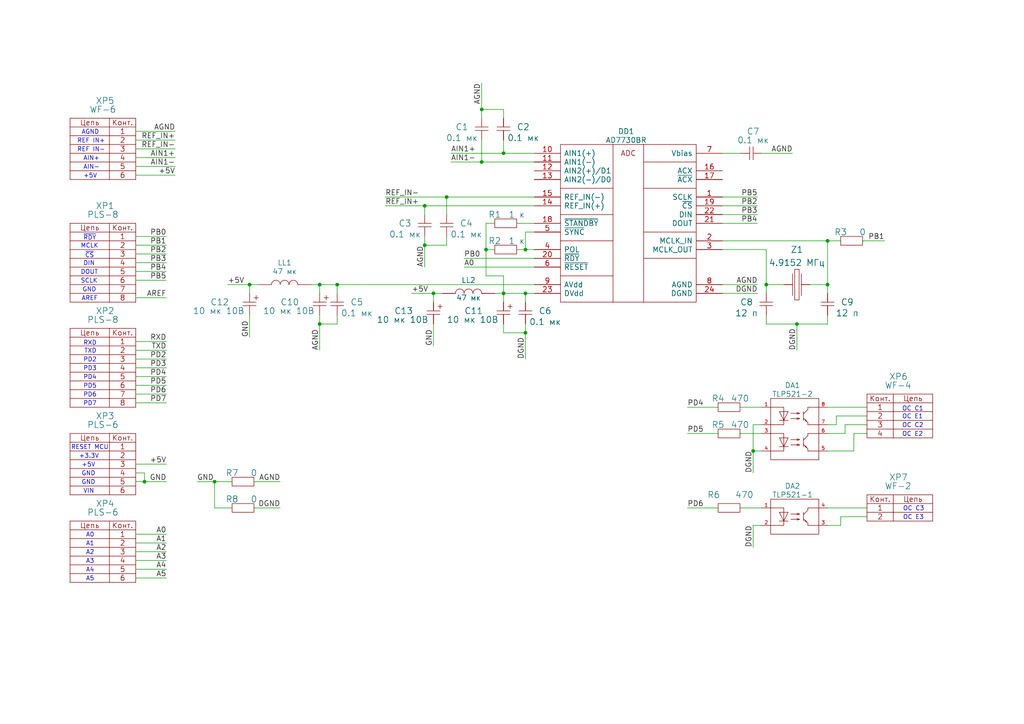
<source format=kicad_sch>
(kicad_sch (version 20230121) (generator eeschema)
  (paper "A4")
  (title_block (date "6 nov 2015"))
  (lib_symbols
    (symbol "LFcapitors:CAPITORS_ELECTROLYTIC" (pin_numbers hide) (pin_names (offset 1.016))
      (property "Reference" "C" (at 3.175 6.985 0))
      (property "Value" "CAPITORS_ELECTROLYTIC" (at 3.175 4.445 0))
      (symbol "CAPITORS_ELECTROLYTIC_0_1"
        (polyline (pts (xy 1.27 2.54) (xy 1.27 1.27)))
        (polyline (pts (xy 2.54 1.905) (xy 2.54 -1.905)))
        (polyline (pts (xy 3.556 1.905) (xy 3.556 -1.905)))
        (polyline (pts (xy 0.635 1.905) (xy 1.905 1.905) (xy 1.905 1.905)))
      )
      (symbol "CAPITORS_ELECTROLYTIC_1_1"
        (pin passive line (at 0 0 0) (length 2.4892) (name "~") (number "1"))
        (pin passive line (at 6.35 0 180) (length 2.794) (name "~") (number "2"))
      )
    )
    (symbol "LFcomponents:TLP521-1" (pin_names (offset 1.016))
      (property "Reference" "DA" (at 8.89 6.35 0))
      (property "Value" "TLP521-1" (at 8.89 3.81 0))
      (symbol "TLP521-1_0_1"
        (polyline (pts (xy 5.08 -3.81) (xy 7.62 -3.81)))
        (polyline (pts (xy 8.382 -3.302) (xy 10.922 -3.302)))
        (polyline (pts (xy 8.382 -1.778) (xy 10.922 -1.778)))
        (polyline (pts (xy 10.16 -3.556) (xy 10.922 -3.302)))
        (polyline (pts (xy 10.16 -3.048) (xy 10.922 -3.302)))
        (polyline (pts (xy 10.16 -2.032) (xy 10.922 -1.778)))
        (polyline (pts (xy 10.16 -1.524) (xy 10.922 -1.778)))
        (polyline (pts (xy 12.065 -3.175) (xy 13.335 -4.445)))
        (polyline (pts (xy 12.065 -1.905) (xy 13.335 -0.635)))
        (polyline (pts (xy 12.065 -1.27) (xy 12.065 -3.81)))
        (polyline (pts (xy 12.954 -4.064) (xy 12.4968 -3.81)))
        (polyline (pts (xy 13.0048 -4.1148) (xy 12.7 -3.6068)))
        (polyline (pts (xy 13.335 -5.08) (xy 16.51 -5.08)))
        (polyline (pts (xy 13.335 -4.445) (xy 13.335 -5.08)))
        (polyline (pts (xy 13.335 -0.635) (xy 13.335 0)))
        (polyline (pts (xy 13.335 0) (xy 16.51 0)))
        (polyline (pts (xy 5.08 -1.27) (xy 6.35 -3.81) (xy 7.62 -1.27) (xy 5.08 -1.27)))
        (polyline (pts (xy 2.54 0) (xy 6.35 0) (xy 6.35 -5.08) (xy 2.54 -5.08) (xy 2.54 -5.08)))
        (rectangle (start 2.54 2.54) (end 16.51 -7.62))
      )
      (symbol "TLP521-1_1_1"
        (pin passive line (at 0 0 0) (length 2.54) (name "~") (number "1"))
        (pin passive line (at 0 -5.08 0) (length 2.54) (name "~") (number "2"))
        (pin passive line (at 19.05 -5.08 180) (length 2.54) (name "~") (number "3"))
        (pin passive line (at 19.05 0 180) (length 2.54) (name "~") (number "4"))
      )
    )
    (symbol "LFconnectors:connector_2pin_gost" (pin_numbers hide) (pin_names (offset 1.016) hide)
      (property "Reference" "X" (at 6.985 7.62 0))
      (property "Value" "connector_2pin_gost" (at -1.27 5.08 0))
      (symbol "connector_2pin_gost_0_0"
        (polyline (pts (xy 0 -1.27) (xy 19.05 -1.27)))
        (polyline (pts (xy 0 1.27) (xy 19.05 1.27)))
        (polyline (pts (xy 0 3.81) (xy 0 -3.81)))
        (polyline (pts (xy 7.62 3.81) (xy 7.62 -3.81)))
        (polyline (pts (xy 19.05 -3.81) (xy 0 -3.81)))
        (polyline (pts (xy 19.05 3.81) (xy 19.05 -3.81)))
        (text "1" (at 3.81 0 0) (effects (font (size 1.524 1.524))))
        (text "2" (at 3.81 -2.54 0) (effects (font (size 1.524 1.524))))
        (text "Конт." (at 3.81 2.54 0) (effects (font (size 1.524 1.524))))
        (text "Цепь" (at 13.335 2.54 0) (effects (font (size 1.524 1.524))))
      )
      (symbol "connector_2pin_gost_0_1"
        (polyline (pts (xy 0 3.81) (xy 19.05 3.81)))
      )
      (symbol "connector_2pin_gost_1_1"
        (pin passive line (at 0 0 0) (length 0) (name "~") (number "1"))
        (pin passive line (at 0 -2.54 0) (length 0) (name "~") (number "2"))
      )
    )
    (symbol "LFconnectors:connector_4pin_gost" (pin_numbers hide) (pin_names (offset 1.016) hide)
      (property "Reference" "X" (at 6.985 7.62 0))
      (property "Value" "connector_4pin_gost" (at -1.27 5.08 0))
      (symbol "connector_4pin_gost_0_0"
        (polyline (pts (xy 0 -8.89) (xy 19.05 -8.89)))
        (polyline (pts (xy 0 -6.35) (xy 19.05 -6.35)))
        (polyline (pts (xy 0 -3.81) (xy 19.05 -3.81)))
        (polyline (pts (xy 0 1.27) (xy 19.05 1.27)))
        (polyline (pts (xy 0 3.81) (xy 0 -8.89)))
        (polyline (pts (xy 7.62 3.81) (xy 7.62 -8.89)))
        (polyline (pts (xy 19.05 -1.27) (xy 0 -1.27)))
        (polyline (pts (xy 19.05 3.81) (xy 19.05 -8.89)))
        (text "1" (at 3.81 0 0) (effects (font (size 1.524 1.524))))
        (text "2" (at 3.81 -2.54 0) (effects (font (size 1.524 1.524))))
        (text "3" (at 3.81 -5.08 0) (effects (font (size 1.524 1.524))))
        (text "4" (at 3.81 -7.62 0) (effects (font (size 1.524 1.524))))
        (text "Конт." (at 3.81 2.54 0) (effects (font (size 1.524 1.524))))
        (text "Цепь" (at 13.335 2.54 0) (effects (font (size 1.524 1.524))))
      )
      (symbol "connector_4pin_gost_0_1"
        (polyline (pts (xy 0 3.81) (xy 19.05 3.81)))
      )
      (symbol "connector_4pin_gost_1_1"
        (pin passive line (at 0 0 0) (length 0) (name "~") (number "1"))
        (pin passive line (at 0 -2.54 0) (length 0) (name "~") (number "2"))
        (pin passive line (at 0 -5.08 0) (length 0) (name "~") (number "3"))
        (pin passive line (at 0 -7.62 0) (length 0) (name "~") (number "4"))
      )
    )
    (symbol "LFconnectors:connector_6pin_gost" (pin_numbers hide) (pin_names (offset 1.016) hide)
      (property "Reference" "X" (at 6.985 7.62 0))
      (property "Value" "connector_6pin_gost" (at -1.27 5.08 0))
      (symbol "connector_6pin_gost_0_0"
        (polyline (pts (xy 0 -13.97) (xy 19.05 -13.97)))
        (polyline (pts (xy 0 -11.43) (xy 19.05 -11.43)))
        (polyline (pts (xy 0 -8.89) (xy 19.05 -8.89)))
        (polyline (pts (xy 0 -6.35) (xy 19.05 -6.35)))
        (polyline (pts (xy 0 -3.81) (xy 19.05 -3.81)))
        (polyline (pts (xy 0 1.27) (xy 19.05 1.27)))
        (polyline (pts (xy 0 3.81) (xy 0 -13.97)))
        (polyline (pts (xy 7.62 3.81) (xy 7.62 -13.97)))
        (polyline (pts (xy 19.05 -1.27) (xy 0 -1.27)))
        (polyline (pts (xy 19.05 3.81) (xy 19.05 -13.97)))
        (text "1" (at 3.81 0 0) (effects (font (size 1.524 1.524))))
        (text "2" (at 3.81 -2.54 0) (effects (font (size 1.524 1.524))))
        (text "3" (at 3.81 -5.08 0) (effects (font (size 1.524 1.524))))
        (text "4" (at 3.81 -7.62 0) (effects (font (size 1.524 1.524))))
        (text "5" (at 3.81 -10.16 0) (effects (font (size 1.524 1.524))))
        (text "6" (at 3.81 -12.7 0) (effects (font (size 1.524 1.524))))
        (text "Конт." (at 3.81 2.54 0) (effects (font (size 1.524 1.524))))
        (text "Цепь" (at 13.335 2.54 0) (effects (font (size 1.524 1.524))))
      )
      (symbol "connector_6pin_gost_0_1"
        (polyline (pts (xy 0 3.81) (xy 19.05 3.81)))
      )
      (symbol "connector_6pin_gost_1_1"
        (pin passive line (at 0 0 0) (length 0) (name "~") (number "1"))
        (pin passive line (at 0 -2.54 0) (length 0) (name "~") (number "2"))
        (pin passive line (at 0 -5.08 0) (length 0) (name "~") (number "3"))
        (pin passive line (at 0 -7.62 0) (length 0) (name "~") (number "4"))
        (pin passive line (at 0 -10.16 0) (length 0) (name "~") (number "5"))
        (pin passive line (at 0 -12.7 0) (length 0) (name "~") (number "6"))
      )
    )
    (symbol "LFconnectors:connector_8pin_gost" (pin_numbers hide) (pin_names (offset 1.016) hide)
      (property "Reference" "X" (at 6.985 7.62 0))
      (property "Value" "connector_8pin_gost" (at -1.27 5.08 0))
      (symbol "connector_8pin_gost_0_0"
        (polyline (pts (xy 0 -19.05) (xy 0 3.81)))
        (polyline (pts (xy 0 -19.05) (xy 19.05 -19.05)))
        (polyline (pts (xy 0 -16.51) (xy 19.05 -16.51)))
        (polyline (pts (xy 0 -13.97) (xy 19.05 -13.97)))
        (polyline (pts (xy 0 -11.43) (xy 19.05 -11.43)))
        (polyline (pts (xy 0 -8.89) (xy 19.05 -8.89)))
        (polyline (pts (xy 0 -6.35) (xy 19.05 -6.35)))
        (polyline (pts (xy 0 -3.81) (xy 19.05 -3.81)))
        (polyline (pts (xy 0 1.27) (xy 19.05 1.27)))
        (polyline (pts (xy 7.62 3.81) (xy 7.62 -19.05)))
        (polyline (pts (xy 19.05 -1.27) (xy 0 -1.27)))
        (polyline (pts (xy 19.05 3.81) (xy 19.05 -19.05)))
        (text "1" (at 3.81 0 0) (effects (font (size 1.524 1.524))))
        (text "2" (at 3.81 -2.54 0) (effects (font (size 1.524 1.524))))
        (text "3" (at 3.81 -5.08 0) (effects (font (size 1.524 1.524))))
        (text "4" (at 3.81 -7.62 0) (effects (font (size 1.524 1.524))))
        (text "5" (at 3.81 -10.16 0) (effects (font (size 1.524 1.524))))
        (text "6" (at 3.81 -12.7 0) (effects (font (size 1.524 1.524))))
        (text "7" (at 3.81 -15.24 0) (effects (font (size 1.524 1.524))))
        (text "8" (at 3.81 -17.78 0) (effects (font (size 1.524 1.524))))
        (text "Конт." (at 3.81 2.54 0) (effects (font (size 1.524 1.524))))
        (text "Цепь" (at 13.335 2.54 0) (effects (font (size 1.524 1.524))))
      )
      (symbol "connector_8pin_gost_0_1"
        (polyline (pts (xy 0 3.81) (xy 19.05 3.81)))
      )
      (symbol "connector_8pin_gost_1_1"
        (pin passive line (at 0 0 0) (length 0) (name "~") (number "1"))
        (pin passive line (at 0 -2.54 0) (length 0) (name "~") (number "2"))
        (pin passive line (at 0 -5.08 0) (length 0) (name "~") (number "3"))
        (pin passive line (at 0 -7.62 0) (length 0) (name "~") (number "4"))
        (pin passive line (at 0 -10.16 0) (length 0) (name "~") (number "5"))
        (pin passive line (at 0 -12.7 0) (length 0) (name "~") (number "6"))
        (pin passive line (at 0 -15.24 0) (length 0) (name "~") (number "7"))
        (pin passive line (at 0 -17.78 0) (length 0) (name "~") (number "8"))
      )
    )
    (symbol "LFtransformator:INDUCTOR_3" (pin_numbers hide) (pin_names (offset 0))
      (property "Reference" "LL" (at 7.62 -7.62 90))
      (property "Value" "INDUCTOR_3" (at 5.08 -7.62 90))
      (symbol "INDUCTOR_3_0_0"
        (arc (start 0 -11.43) (mid 1.2645 -10.16) (end 0 -8.89))
        (arc (start 0 -8.89) (mid 1.2645 -7.62) (end 0 -6.35))
        (arc (start 0 -6.35) (mid 1.2645 -5.08) (end 0 -3.81))
      )
      (symbol "INDUCTOR_3_1_1"
        (pin input line (at 0 -15.24 90) (length 3.81) (name "~") (number "1"))
        (pin input line (at 0 0 270) (length 3.81) (name "~") (number "2"))
      )
    )
    (symbol "module_adc-rescue:AD7730" (pin_names (offset 1.016))
      (property "Reference" "DD" (at 12.7 3.81 0))
      (property "Value" "AD7730" (at 12.7 1.27 0))
      (symbol "AD7730_0_0"
        (rectangle (start -6.35 0) (end 33.02 -45.72))
        (polyline (pts (xy -6.35 -38.1) (xy 8.89 -38.1)))
        (polyline (pts (xy -6.35 -27.94) (xy 8.89 -27.94)))
        (polyline (pts (xy -6.35 -20.32) (xy 8.89 -20.32)))
        (polyline (pts (xy -6.35 -12.7) (xy 8.89 -12.7)))
        (polyline (pts (xy 8.89 0) (xy 8.89 -45.72)))
        (polyline (pts (xy 17.78 -12.7) (xy 33.02 -12.7)))
        (polyline (pts (xy 17.78 0) (xy 17.78 -45.72)))
        (polyline (pts (xy 33.02 -33.02) (xy 17.78 -33.02)))
        (polyline (pts (xy 33.02 -25.4) (xy 17.78 -25.4)))
        (polyline (pts (xy 33.02 -5.08) (xy 17.78 -5.08)))
        (text "ADC" (at 13.335 -2.54 0) (effects (font (size 1.524 1.524))))
        (pin input line (at 40.64 -15.24 180) (length 7.62) (name "SCLK") (number "1"))
        (pin input line (at -13.97 -2.54 0) (length 7.62) (name "AIN1(+)") (number "10"))
        (pin input line (at -13.97 -5.08 0) (length 7.62) (name "AIN1(-)") (number "11"))
        (pin input line (at -13.97 -7.62 0) (length 7.62) (name "AIN2(+)/D1") (number "12"))
        (pin input line (at -13.97 -10.16 0) (length 7.62) (name "AIN2(-)/D0") (number "13"))
        (pin power_out line (at -13.97 -17.78 0) (length 7.62) (name "REF_IN(+)") (number "14"))
        (pin input line (at -13.97 -15.24 0) (length 7.62) (name "REF_IN(-)") (number "15"))
        (pin input line (at 40.64 -7.62 180) (length 7.62) (name "ACX") (number "16"))
        (pin input line (at 40.64 -10.16 180) (length 7.62) (name "~{ACX}") (number "17"))
        (pin power_out line (at -13.97 -22.86 0) (length 7.62) (name "~{STANDBY}") (number "18"))
        (pin input line (at 40.64 -17.78 180) (length 7.62) (name "~{CS}") (number "19"))
        (pin input line (at 40.64 -27.94 180) (length 7.62) (name "MCLK_IN") (number "2"))
        (pin input line (at -13.97 -33.02 0) (length 7.62) (name "~{RDY}") (number "20"))
        (pin input line (at 40.64 -22.86 180) (length 7.62) (name "DOUT") (number "21"))
        (pin power_out line (at 40.64 -20.32 180) (length 7.62) (name "DIN") (number "22"))
        (pin input line (at -13.97 -43.18 0) (length 7.62) (name "DVdd") (number "23"))
        (pin input line (at 40.64 -43.18 180) (length 7.62) (name "DGND") (number "24"))
        (pin input line (at 40.64 -30.48 180) (length 7.62) (name "MCLK_OUT") (number "3"))
        (pin input line (at -13.97 -30.48 0) (length 7.62) (name "POL") (number "4"))
        (pin input line (at -13.97 -25.4 0) (length 7.62) (name "~{SYNC}") (number "5"))
        (pin input line (at -13.97 -35.56 0) (length 7.62) (name "~{RESET}") (number "6"))
        (pin input line (at 40.64 -2.54 180) (length 7.62) (name "Vbias") (number "7"))
        (pin input line (at 40.64 -40.64 180) (length 7.62) (name "AGND") (number "8"))
        (pin input line (at -13.97 -40.64 0) (length 7.62) (name "AVdd") (number "9"))
      )
    )
    (symbol "module_adc-rescue:CAPITORS" (pin_numbers hide) (pin_names (offset 1.016))
      (property "Reference" "C" (at 3.175 6.985 0))
      (property "Value" "CAPITORS" (at 3.175 4.445 0))
      (symbol "CAPITORS_0_1"
        (polyline (pts (xy 2.54 1.905) (xy 2.54 -1.905)))
        (polyline (pts (xy 3.556 1.905) (xy 3.556 -1.905)))
      )
      (symbol "CAPITORS_1_1"
        (pin passive line (at 0 0 0) (length 2.4892) (name "~") (number "1"))
        (pin passive line (at 6.35 0 180) (length 2.794) (name "~") (number "2"))
      )
    )
    (symbol "module_adc-rescue:QUARTZ_RESONATOR" (pin_numbers hide) (pin_names (offset 1.016))
      (property "Reference" "Z" (at 3.81 8.89 0))
      (property "Value" "QUARTZ_RESONATOR" (at 3.81 6.35 0))
      (symbol "QUARTZ_RESONATOR_0_1"
        (polyline (pts (xy 2.54 3.175) (xy 2.54 -3.175)))
        (polyline (pts (xy 5.08 3.175) (xy 5.08 -3.175)))
        (rectangle (start 3.175 4.445) (end 4.445 -4.445))
      )
      (symbol "QUARTZ_RESONATOR_1_1"
        (pin passive line (at 0 0 0) (length 2.54) (name "~") (number "1"))
        (pin passive line (at 7.62 0 180) (length 2.54) (name "~") (number "2"))
      )
    )
    (symbol "module_adc-rescue:RESISTOR" (pin_numbers hide)
      (property "Reference" "R" (at 3.81 5.08 0))
      (property "Value" "RESISTOR" (at 3.81 2.54 0))
      (symbol "RESISTOR_0_1"
        (rectangle (start 0 1.27) (end 6.35 -1.27))
      )
      (symbol "RESISTOR_1_1"
        (pin passive line (at 0 0 0) (length 0) (name "~") (number "1"))
        (pin passive line (at 6.35 0 180) (length 0) (name "~") (number "2"))
      )
    )
    (symbol "module_adc-rescue:TLP521-2" (pin_names (offset 1.016))
      (property "Reference" "DA" (at 8.89 6.35 0))
      (property "Value" "TLP521-2" (at 8.89 3.81 0))
      (symbol "TLP521-2_0_1"
        (polyline (pts (xy 5.08 -11.43) (xy 7.62 -11.43)))
        (polyline (pts (xy 5.08 -3.81) (xy 7.62 -3.81)))
        (polyline (pts (xy 8.382 -10.922) (xy 10.922 -10.922)))
        (polyline (pts (xy 8.382 -9.398) (xy 10.922 -9.398)))
        (polyline (pts (xy 8.382 -3.302) (xy 10.922 -3.302)))
        (polyline (pts (xy 8.382 -1.778) (xy 10.922 -1.778)))
        (polyline (pts (xy 10.16 -11.176) (xy 10.922 -10.922)))
        (polyline (pts (xy 10.16 -10.668) (xy 10.922 -10.922)))
        (polyline (pts (xy 10.16 -9.652) (xy 10.922 -9.398)))
        (polyline (pts (xy 10.16 -9.144) (xy 10.922 -9.398)))
        (polyline (pts (xy 10.16 -3.556) (xy 10.922 -3.302)))
        (polyline (pts (xy 10.16 -3.048) (xy 10.922 -3.302)))
        (polyline (pts (xy 10.16 -2.032) (xy 10.922 -1.778)))
        (polyline (pts (xy 10.16 -1.524) (xy 10.922 -1.778)))
        (polyline (pts (xy 12.065 -10.795) (xy 13.335 -12.065)))
        (polyline (pts (xy 12.065 -9.525) (xy 13.335 -8.255)))
        (polyline (pts (xy 12.065 -8.89) (xy 12.065 -11.43)))
        (polyline (pts (xy 12.065 -3.175) (xy 13.335 -4.445)))
        (polyline (pts (xy 12.065 -1.905) (xy 13.335 -0.635)))
        (polyline (pts (xy 12.065 -1.27) (xy 12.065 -3.81)))
        (polyline (pts (xy 12.954 -11.684) (xy 12.4968 -11.43)))
        (polyline (pts (xy 12.954 -4.064) (xy 12.4968 -3.81)))
        (polyline (pts (xy 13.0048 -11.7348) (xy 12.7 -11.2268)))
        (polyline (pts (xy 13.0048 -4.1148) (xy 12.7 -3.6068)))
        (polyline (pts (xy 13.335 -12.7) (xy 16.51 -12.7)))
        (polyline (pts (xy 13.335 -12.065) (xy 13.335 -12.7)))
        (polyline (pts (xy 13.335 -8.255) (xy 13.335 -7.62)))
        (polyline (pts (xy 13.335 -7.62) (xy 16.51 -7.62)))
        (polyline (pts (xy 13.335 -5.08) (xy 16.51 -5.08)))
        (polyline (pts (xy 13.335 -4.445) (xy 13.335 -5.08)))
        (polyline (pts (xy 13.335 -0.635) (xy 13.335 0)))
        (polyline (pts (xy 13.335 0) (xy 16.51 0)))
        (polyline (pts (xy 5.08 -8.89) (xy 6.35 -11.43) (xy 7.62 -8.89) (xy 5.08 -8.89)))
        (polyline (pts (xy 5.08 -1.27) (xy 6.35 -3.81) (xy 7.62 -1.27) (xy 5.08 -1.27)))
        (polyline (pts (xy 2.54 -7.62) (xy 6.35 -7.62) (xy 6.35 -12.7) (xy 2.54 -12.7) (xy 2.54 -12.7)))
        (polyline (pts (xy 2.54 0) (xy 6.35 0) (xy 6.35 -5.08) (xy 2.54 -5.08) (xy 2.54 -5.08)))
        (rectangle (start 2.54 2.54) (end 16.51 -15.24))
      )
      (symbol "TLP521-2_1_1"
        (pin passive line (at 0 0 0) (length 2.54) (name "~") (number "1"))
        (pin passive line (at 0 -5.08 0) (length 2.54) (name "~") (number "2"))
        (pin passive line (at 0 -7.62 0) (length 2.54) (name "~") (number "3"))
        (pin passive line (at 0 -12.7 0) (length 2.54) (name "~") (number "4"))
        (pin passive line (at 19.05 -12.7 180) (length 2.54) (name "~") (number "5"))
        (pin passive line (at 19.05 -7.62 180) (length 2.54) (name "~") (number "6"))
        (pin passive line (at 19.05 -5.08 180) (length 2.54) (name "~") (number "7"))
        (pin passive line (at 19.05 0 180) (length 2.54) (name "~") (number "8"))
      )
    )
  )
  (junction (at 152.4 72.39))
  (junction (at 222.25 82.55))
  (junction (at 92.71 93.98))
  (junction (at 139.7 31.75))
  (junction (at 97.79 82.55))
  (junction (at 146.05 85.09))
  (junction (at 152.4 96.52))
  (junction (at 123.19 71.12))
  (junction (at 240.03 69.85))
  (junction (at 72.39 82.55))
  (junction (at 62.23 139.7))
  (junction (at 139.7 46.99))
  (junction (at 218.44 130.81))
  (junction (at 41.91 139.7))
  (junction (at 240.03 82.55))
  (junction (at 140.97 72.39))
  (junction (at 129.54 57.15))
  (junction (at 231.14 93.98))
  (junction (at 146.05 44.45))
  (junction (at 92.71 82.55))
  (junction (at 123.19 59.69))
  (junction (at 152.4 85.09))
  (junction (at 125.73 85.09))
  (wire (pts (xy 154.94 85.09) (xy 152.4 85.09)))
  (wire (pts (xy 119.38 85.09) (xy 125.73 85.09)))
  (wire (pts (xy 140.97 80.01) (xy 146.05 80.01)))
  (wire (pts (xy 240.03 82.55) (xy 240.03 85.09)))
  (wire (pts (xy 152.4 85.09) (xy 152.4 87.63)))
  (wire (pts (xy 242.57 123.19) (xy 242.57 120.65)))
  (wire (pts (xy 208.28 118.11) (xy 199.39 118.11)))
  (wire (pts (xy 72.39 85.09) (xy 72.39 82.55)))
  (wire (pts (xy 240.03 69.85) (xy 240.03 82.55)))
  (wire (pts (xy 251.46 123.19) (xy 245.11 123.19)))
  (wire (pts (xy 123.19 68.58) (xy 123.19 71.12)))
  (wire (pts (xy 62.23 139.7) (xy 67.31 139.7)))
  (wire (pts (xy 152.4 72.39) (xy 152.4 67.31)))
  (wire (pts (xy 218.44 130.81) (xy 218.44 137.16)))
  (wire (pts (xy 48.26 109.22) (xy 39.37 109.22)))
  (wire (pts (xy 130.81 44.45) (xy 146.05 44.45)))
  (wire (pts (xy 48.26 167.64) (xy 39.37 167.64)))
  (wire (pts (xy 129.54 57.15) (xy 154.94 57.15)))
  (wire (pts (xy 240.03 93.98) (xy 240.03 91.44)))
  (wire (pts (xy 139.7 40.64) (xy 139.7 46.99)))
  (wire (pts (xy 41.91 139.7) (xy 48.26 139.7)))
  (wire (pts (xy 214.63 147.32) (xy 220.98 147.32)))
  (wire (pts (xy 143.51 64.77) (xy 140.97 64.77)))
  (wire (pts (xy 48.26 157.48) (xy 39.37 157.48)))
  (wire (pts (xy 48.26 73.66) (xy 39.37 73.66)))
  (wire (pts (xy 48.26 162.56) (xy 39.37 162.56)))
  (wire (pts (xy 209.55 82.55) (xy 219.71 82.55)))
  (wire (pts (xy 152.4 96.52) (xy 152.4 104.14)))
  (wire (pts (xy 208.28 125.73) (xy 199.39 125.73)))
  (wire (pts (xy 39.37 99.06) (xy 48.26 99.06)))
  (wire (pts (xy 240.03 147.32) (xy 251.46 147.32)))
  (wire (pts (xy 130.81 46.99) (xy 139.7 46.99)))
  (wire (pts (xy 123.19 71.12) (xy 123.19 77.47)))
  (wire (pts (xy 222.25 72.39) (xy 222.25 82.55)))
  (wire (pts (xy 48.26 78.74) (xy 39.37 78.74)))
  (wire (pts (xy 48.26 86.36) (xy 39.37 86.36)))
  (wire (pts (xy 209.55 85.09) (xy 219.71 85.09)))
  (wire (pts (xy 92.71 93.98) (xy 92.71 101.6)))
  (wire (pts (xy 48.26 111.76) (xy 39.37 111.76)))
  (wire (pts (xy 231.14 93.98) (xy 222.25 93.98)))
  (wire (pts (xy 92.71 91.44) (xy 92.71 93.98)))
  (wire (pts (xy 242.57 120.65) (xy 251.46 120.65)))
  (wire (pts (xy 227.33 82.55) (xy 222.25 82.55)))
  (wire (pts (xy 222.25 82.55) (xy 222.25 85.09)))
  (wire (pts (xy 214.63 44.45) (xy 209.55 44.45)))
  (wire (pts (xy 39.37 45.72) (xy 50.8 45.72)))
  (wire (pts (xy 250.19 69.85) (xy 256.54 69.85)))
  (wire (pts (xy 140.97 64.77) (xy 140.97 72.39)))
  (wire (pts (xy 72.39 82.55) (xy 74.93 82.55)))
  (wire (pts (xy 39.37 40.64) (xy 50.8 40.64)))
  (wire (pts (xy 146.05 40.64) (xy 146.05 44.45)))
  (wire (pts (xy 39.37 139.7) (xy 41.91 139.7)))
  (wire (pts (xy 73.66 147.32) (xy 81.28 147.32)))
  (wire (pts (xy 240.03 123.19) (xy 242.57 123.19)))
  (wire (pts (xy 129.54 68.58) (xy 129.54 71.12)))
  (wire (pts (xy 123.19 59.69) (xy 154.94 59.69)))
  (wire (pts (xy 240.03 69.85) (xy 243.84 69.85)))
  (wire (pts (xy 129.54 71.12) (xy 123.19 71.12)))
  (wire (pts (xy 146.05 85.09) (xy 152.4 85.09)))
  (wire (pts (xy 48.26 116.84) (xy 39.37 116.84)))
  (wire (pts (xy 247.65 125.73) (xy 251.46 125.73)))
  (wire (pts (xy 39.37 38.1) (xy 50.8 38.1)))
  (wire (pts (xy 48.26 76.2) (xy 39.37 76.2)))
  (wire (pts (xy 140.97 72.39) (xy 140.97 80.01)))
  (wire (pts (xy 243.84 152.4) (xy 243.84 149.86)))
  (wire (pts (xy 125.73 85.09) (xy 128.27 85.09)))
  (wire (pts (xy 41.91 139.7) (xy 41.91 137.16)))
  (wire (pts (xy 146.05 96.52) (xy 152.4 96.52)))
  (wire (pts (xy 220.98 130.81) (xy 218.44 130.81)))
  (wire (pts (xy 134.62 74.93) (xy 154.94 74.93)))
  (wire (pts (xy 123.19 62.23) (xy 123.19 59.69)))
  (wire (pts (xy 125.73 87.63) (xy 125.73 85.09)))
  (wire (pts (xy 39.37 160.02) (xy 48.26 160.02)))
  (wire (pts (xy 92.71 82.55) (xy 97.79 82.55)))
  (wire (pts (xy 231.14 93.98) (xy 240.03 93.98)))
  (wire (pts (xy 209.55 59.69) (xy 219.71 59.69)))
  (wire (pts (xy 146.05 80.01) (xy 146.05 85.09)))
  (wire (pts (xy 125.73 93.98) (xy 125.73 100.33)))
  (wire (pts (xy 240.03 152.4) (xy 243.84 152.4)))
  (wire (pts (xy 111.76 57.15) (xy 129.54 57.15)))
  (wire (pts (xy 146.05 87.63) (xy 146.05 85.09)))
  (wire (pts (xy 152.4 67.31) (xy 154.94 67.31)))
  (wire (pts (xy 152.4 72.39) (xy 154.94 72.39)))
  (wire (pts (xy 129.54 62.23) (xy 129.54 57.15)))
  (wire (pts (xy 39.37 114.3) (xy 48.26 114.3)))
  (wire (pts (xy 234.95 82.55) (xy 240.03 82.55)))
  (wire (pts (xy 139.7 31.75) (xy 146.05 31.75)))
  (wire (pts (xy 149.86 72.39) (xy 152.4 72.39)))
  (wire (pts (xy 92.71 93.98) (xy 97.79 93.98)))
  (wire (pts (xy 57.15 139.7) (xy 62.23 139.7)))
  (wire (pts (xy 243.84 149.86) (xy 251.46 149.86)))
  (wire (pts (xy 240.03 118.11) (xy 251.46 118.11)))
  (wire (pts (xy 39.37 154.94) (xy 48.26 154.94)))
  (wire (pts (xy 134.62 77.47) (xy 154.94 77.47)))
  (wire (pts (xy 146.05 93.98) (xy 146.05 96.52)))
  (wire (pts (xy 48.26 81.28) (xy 39.37 81.28)))
  (wire (pts (xy 66.04 82.55) (xy 72.39 82.55)))
  (wire (pts (xy 220.98 125.73) (xy 214.63 125.73)))
  (wire (pts (xy 139.7 31.75) (xy 139.7 34.29)))
  (wire (pts (xy 218.44 152.4) (xy 218.44 158.75)))
  (wire (pts (xy 152.4 93.98) (xy 152.4 96.52)))
  (wire (pts (xy 39.37 68.58) (xy 48.26 68.58)))
  (wire (pts (xy 48.26 71.12) (xy 39.37 71.12)))
  (wire (pts (xy 139.7 46.99) (xy 154.94 46.99)))
  (wire (pts (xy 214.63 118.11) (xy 220.98 118.11)))
  (wire (pts (xy 48.26 134.62) (xy 39.37 134.62)))
  (wire (pts (xy 146.05 31.75) (xy 146.05 34.29)))
  (wire (pts (xy 199.39 147.32) (xy 208.28 147.32)))
  (wire (pts (xy 97.79 93.98) (xy 97.79 91.44)))
  (wire (pts (xy 139.7 24.13) (xy 139.7 31.75)))
  (wire (pts (xy 111.76 59.69) (xy 123.19 59.69)))
  (wire (pts (xy 92.71 82.55) (xy 92.71 85.09)))
  (wire (pts (xy 209.55 72.39) (xy 222.25 72.39)))
  (wire (pts (xy 231.14 101.6) (xy 231.14 93.98)))
  (wire (pts (xy 39.37 43.18) (xy 50.8 43.18)))
  (wire (pts (xy 229.87 44.45) (xy 220.98 44.45)))
  (wire (pts (xy 39.37 48.26) (xy 50.8 48.26)))
  (wire (pts (xy 62.23 139.7) (xy 62.23 147.32)))
  (wire (pts (xy 39.37 165.1) (xy 48.26 165.1)))
  (wire (pts (xy 220.98 123.19) (xy 218.44 123.19)))
  (wire (pts (xy 209.55 57.15) (xy 219.71 57.15)))
  (wire (pts (xy 62.23 147.32) (xy 67.31 147.32)))
  (wire (pts (xy 247.65 130.81) (xy 247.65 125.73)))
  (wire (pts (xy 209.55 62.23) (xy 219.71 62.23)))
  (wire (pts (xy 146.05 44.45) (xy 154.94 44.45)))
  (wire (pts (xy 222.25 93.98) (xy 222.25 91.44)))
  (wire (pts (xy 245.11 125.73) (xy 240.03 125.73)))
  (wire (pts (xy 73.66 139.7) (xy 81.28 139.7)))
  (wire (pts (xy 143.51 85.09) (xy 146.05 85.09)))
  (wire (pts (xy 48.26 101.6) (xy 39.37 101.6)))
  (wire (pts (xy 209.55 69.85) (xy 240.03 69.85)))
  (wire (pts (xy 97.79 82.55) (xy 154.94 82.55)))
  (wire (pts (xy 245.11 123.19) (xy 245.11 125.73)))
  (wire (pts (xy 39.37 104.14) (xy 48.26 104.14)))
  (wire (pts (xy 48.26 106.68) (xy 39.37 106.68)))
  (wire (pts (xy 149.86 64.77) (xy 154.94 64.77)))
  (wire (pts (xy 97.79 82.55) (xy 97.79 85.09)))
  (wire (pts (xy 72.39 91.44) (xy 72.39 97.79)))
  (wire (pts (xy 218.44 123.19) (xy 218.44 130.81)))
  (wire (pts (xy 240.03 130.81) (xy 247.65 130.81)))
  (wire (pts (xy 39.37 50.8) (xy 50.8 50.8)))
  (wire (pts (xy 209.55 64.77) (xy 219.71 64.77)))
  (wire (pts (xy 90.17 82.55) (xy 92.71 82.55)))
  (wire (pts (xy 220.98 152.4) (xy 218.44 152.4)))
  (wire (pts (xy 41.91 137.16) (xy 39.37 137.16)))
  (wire (pts (xy 143.51 72.39) (xy 140.97 72.39)))
  (text "RESET MCU" (at 20.574 130.556 0) (effects (font (size 1.27 1.27)) (justify left bottom)))
  (text "A2" (at 24.892 161.036 0) (effects (font (size 1.27 1.27)) (justify left bottom)))
  (text "PD7" (at 24.13 117.856 0) (effects (font (size 1.27 1.27)) (justify left bottom)))
  (text "PD4" (at 24.13 110.236 0) (effects (font (size 1.27 1.27)) (justify left bottom)))
  (text "+5V" (at 24.13 51.816 0) (effects (font (size 1.27 1.27)) (justify left bottom)))
  (text "OC E2" (at 261.62 126.746 0) (effects (font (size 1.27 1.27)) (justify left bottom)))
  (text "MCLK" (at 23.368 72.136 0) (effects (font (size 1.27 1.27)) (justify left bottom)))
  (text "OC C3" (at 261.874 148.336 0) (effects (font (size 1.27 1.27)) (justify left bottom)))
  (text "RXD" (at 24.13 100.33 0) (effects (font (size 1.27 1.27)) (justify left bottom)))
  (text "A5" (at 24.892 168.656 0) (effects (font (size 1.27 1.27)) (justify left bottom)))
  (text "REF IN-" (at 22.352 44.196 0) (effects (font (size 1.27 1.27)) (justify left bottom)))
  (text "TXD" (at 24.384 102.616 0) (effects (font (size 1.27 1.27)) (justify left bottom)))
  (text "PD6" (at 24.13 115.316 0) (effects (font (size 1.27 1.27)) (justify left bottom)))
  (text "PD2" (at 24.13 105.156 0) (effects (font (size 1.27 1.27)) (justify left bottom)))
  (text "OC E1" (at 261.62 121.666 0) (effects (font (size 1.27 1.27)) (justify left bottom)))
  (text "AGND" (at 23.622 39.116 0) (effects (font (size 1.27 1.27)) (justify left bottom)))
  (text "VIN" (at 24.13 143.256 0) (effects (font (size 1.27 1.27)) (justify left bottom)))
  (text "GND" (at 23.622 138.176 0) (effects (font (size 1.27 1.27)) (justify left bottom)))
  (text "A3" (at 24.892 163.576 0) (effects (font (size 1.27 1.27)) (justify left bottom)))
  (text "+5V" (at 23.622 135.636 0) (effects (font (size 1.27 1.27)) (justify left bottom)))
  (text "OC C1" (at 261.62 119.38 0) (effects (font (size 1.27 1.27)) (justify left bottom)))
  (text "AREF" (at 23.622 87.376 0) (effects (font (size 1.27 1.27)) (justify left bottom)))
  (text "A1" (at 24.892 158.496 0) (effects (font (size 1.27 1.27)) (justify left bottom)))
  (text "~{CS}" (at 24.638 74.93 0) (effects (font (size 1.27 1.27)) (justify left bottom)))
  (text "OC E3" (at 261.874 150.876 0) (effects (font (size 1.27 1.27)) (justify left bottom)))
  (text "A0" (at 24.892 155.956 0) (effects (font (size 1.27 1.27)) (justify left bottom)))
  (text "GND" (at 23.622 140.716 0) (effects (font (size 1.27 1.27)) (justify left bottom)))
  (text "GND" (at 23.876 84.836 0) (effects (font (size 1.27 1.27)) (justify left bottom)))
  (text "AIN-" (at 24.13 49.276 0) (effects (font (size 1.27 1.27)) (justify left bottom)))
  (text "OC C2" (at 261.62 124.206 0) (effects (font (size 1.27 1.27)) (justify left bottom)))
  (text "A4" (at 24.892 166.116 0) (effects (font (size 1.27 1.27)) (justify left bottom)))
  (text "DOUT" (at 23.368 79.756 0) (effects (font (size 1.27 1.27)) (justify left bottom)))
  (text "AIN+" (at 24.13 46.736 0) (effects (font (size 1.27 1.27)) (justify left bottom)))
  (text "DIN" (at 24.13 77.216 0) (effects (font (size 1.27 1.27)) (justify left bottom)))
  (text "PD3" (at 24.13 107.696 0) (effects (font (size 1.27 1.27)) (justify left bottom)))
  (text "~{RDY}" (at 24.13 69.85 0) (effects (font (size 1.27 1.27)) (justify left bottom)))
  (text "PD5" (at 24.13 112.776 0) (effects (font (size 1.27 1.27)) (justify left bottom)))
  (text "+3.3V" (at 22.86 133.096 0) (effects (font (size 1.27 1.27)) (justify left bottom)))
  (text "REF IN+" (at 22.352 41.656 0) (effects (font (size 1.27 1.27)) (justify left bottom)))
  (text "SCLK" (at 23.368 82.296 0) (effects (font (size 1.27 1.27)) (justify left bottom)))
  (label "REF_IN-" (at 111.76 57.15 0) (effects (font (size 1.524 1.524))))
  (label "PB3" (at 48.26 76.2 180) (effects (font (size 1.524 1.524))))
  (label "A5" (at 48.26 167.64 180) (effects (font (size 1.524 1.524))))
  (label "PB0" (at 48.26 68.58 180) (effects (font (size 1.524 1.524))))
  (label "PB5" (at 48.26 81.28 180) (effects (font (size 1.524 1.524))))
  (label "PD7" (at 48.26 116.84 180) (effects (font (size 1.524 1.524))))
  (label "PD6" (at 48.26 114.3 180) (effects (font (size 1.524 1.524))))
  (label "PB3" (at 219.71 62.23 180) (effects (font (size 1.524 1.524))))
  (label "PB2" (at 48.26 73.66 180) (effects (font (size 1.524 1.524))))
  (label "A0" (at 48.26 154.94 180) (effects (font (size 1.524 1.524))))
  (label "AIN1-" (at 50.8 48.26 180) (effects (font (size 1.524 1.524))))
  (label "GND" (at 57.15 139.7 0) (effects (font (size 1.524 1.524))))
  (label "REF_IN+" (at 50.8 40.64 180) (effects (font (size 1.524 1.524))))
  (label "AIN1+" (at 50.8 45.72 180) (effects (font (size 1.524 1.524))))
  (label "PD5" (at 48.26 111.76 180) (effects (font (size 1.524 1.524))))
  (label "PB4" (at 48.26 78.74 180) (effects (font (size 1.524 1.524))))
  (label "AGND" (at 229.87 44.45 180) (effects (font (size 1.524 1.524))))
  (label "PD6" (at 199.39 147.32 0) (effects (font (size 1.524 1.524))))
  (label "DGND" (at 219.71 85.09 180) (effects (font (size 1.524 1.524))))
  (label "A0" (at 134.62 77.47 0) (effects (font (size 1.524 1.524))))
  (label "PD4" (at 48.26 109.22 180) (effects (font (size 1.524 1.524))))
  (label "AGND" (at 139.7 24.13 270) (effects (font (size 1.524 1.524))))
  (label "AGND" (at 123.19 77.47 90) (effects (font (size 1.524 1.524))))
  (label "DGND" (at 218.44 137.16 90) (effects (font (size 1.524 1.524))))
  (label "A2" (at 48.26 160.02 180) (effects (font (size 1.524 1.524))))
  (label "PD3" (at 48.26 106.68 180) (effects (font (size 1.524 1.524))))
  (label "PB1" (at 256.54 69.85 180) (effects (font (size 1.524 1.524))))
  (label "PB4" (at 219.71 64.77 180) (effects (font (size 1.524 1.524))))
  (label "AIN1-" (at 130.81 46.99 0) (effects (font (size 1.524 1.524))))
  (label "REF_IN+" (at 111.76 59.69 0) (effects (font (size 1.524 1.524))))
  (label "DGND" (at 218.44 158.75 90) (effects (font (size 1.524 1.524))))
  (label "PB5" (at 219.71 57.15 180) (effects (font (size 1.524 1.524))))
  (label "REF_IN-" (at 50.8 43.18 180) (effects (font (size 1.524 1.524))))
  (label "PD4" (at 199.39 118.11 0) (effects (font (size 1.524 1.524))))
  (label "PD5" (at 199.39 125.73 0) (effects (font (size 1.524 1.524))))
  (label "AREF" (at 48.26 86.36 180) (effects (font (size 1.524 1.524))))
  (label "AGND" (at 92.71 101.6 90) (effects (font (size 1.524 1.524))))
  (label "+5V" (at 119.38 85.09 0) (effects (font (size 1.524 1.524))))
  (label "PB1" (at 48.26 71.12 180) (effects (font (size 1.524 1.524))))
  (label "A3" (at 48.26 162.56 180) (effects (font (size 1.524 1.524))))
  (label "DGND" (at 231.14 101.6 90) (effects (font (size 1.524 1.524))))
  (label "PB0" (at 134.62 74.93 0) (effects (font (size 1.524 1.524))))
  (label "DGND" (at 152.4 104.14 90) (effects (font (size 1.524 1.524))))
  (label "AGND" (at 81.28 139.7 180) (effects (font (size 1.524 1.524))))
  (label "+5V" (at 66.04 82.55 0) (effects (font (size 1.524 1.524))))
  (label "PD2" (at 48.26 104.14 180) (effects (font (size 1.524 1.524))))
  (label "GND" (at 48.26 139.7 180) (effects (font (size 1.524 1.524))))
  (label "PB2" (at 219.71 59.69 180) (effects (font (size 1.524 1.524))))
  (label "A1" (at 48.26 157.48 180) (effects (font (size 1.524 1.524))))
  (label "A4" (at 48.26 165.1 180) (effects (font (size 1.524 1.524))))
  (label "GND" (at 125.73 100.33 90) (effects (font (size 1.524 1.524))))
  (label "AGND" (at 219.71 82.55 180) (effects (font (size 1.524 1.524))))
  (label "GND" (at 72.39 97.79 90) (effects (font (size 1.524 1.524))))
  (label "AIN1+" (at 130.81 44.45 0) (effects (font (size 1.524 1.524))))
  (label "TXD" (at 48.26 101.6 180) (effects (font (size 1.524 1.524))))
  (label "DGND" (at 81.28 147.32 180) (effects (font (size 1.524 1.524))))
  (label "+5V" (at 48.26 134.62 180) (effects (font (size 1.524 1.524))))
  (label "RXD" (at 48.26 99.06 180) (effects (font (size 1.524 1.524))))
  (label "+5V" (at 50.8 50.8 180) (effects (font (size 1.524 1.524))))
  (label "AGND" (at 50.8 38.1 180) (effects (font (size 1.524 1.524))))
  (symbol (lib_id "module_adc-rescue:AD7730") (at 168.91 41.91 0) (unit 1)
    (property "Reference" "DD1" (at 181.61 38.1 0) (effects (font (size 1.524 1.524))))
    (property "Value" "AD7730BR" (at 181.61 40.64 0) (effects (font (size 1.524 1.524))))
    (property "Footprint" "IWsmd_case:SOIC_24" (effects hide))
  )
  (symbol (lib_id "module_adc-rescue:RESISTOR") (at 143.51 72.39 0) (unit 1)
    (property "Reference" "R2" (at 143.51 69.85 0) (effects (font (size 1.8034 1.8034))))
    (property "Value" "1 к" (at 149.86 69.85 0) (effects (font (size 1.8034 1.8034))))
    (property "Footprint" "IWsmd_case:SMD0805" (effects hide))
  )
  (symbol (lib_id "module_adc-rescue:CAPITORS") (at 220.98 44.45 180) (unit 1)
    (property "Reference" "C7" (at 218.44 38.1 0) (effects (font (size 1.8034 1.8034))))
    (property "Value" "0.1 мк" (at 218.44 40.64 0) (effects (font (size 1.8034 1.8034))))
    (property "Footprint" "IWsmd_case:SMD0805" (effects hide))
  )
  (symbol (lib_id "module_adc-rescue:CAPITORS") (at 97.79 85.09 270) (unit 1)
    (property "Reference" "C5" (at 103.505 87.63 90) (effects (font (size 1.8034 1.8034))))
    (property "Value" "0.1 мк" (at 103.505 90.805 90) (effects (font (size 1.8034 1.8034))))
    (property "Footprint" "IWsmd_case:SMD0805" (effects hide))
  )
  (symbol (lib_id "module_adc-rescue:CAPITORS") (at 146.05 34.29 270) (unit 1)
    (property "Reference" "C2" (at 151.765 36.83 90) (effects (font (size 1.8034 1.8034))))
    (property "Value" "0.1 мк" (at 151.765 40.005 90) (effects (font (size 1.8034 1.8034))))
    (property "Footprint" "IWsmd_case:SMD0805" (effects hide))
  )
  (symbol (lib_id "module_adc-rescue:CAPITORS") (at 139.7 34.29 90) (mirror x) (unit 1)
    (property "Reference" "C1" (at 133.985 36.83 90) (effects (font (size 1.8034 1.8034))))
    (property "Value" "0.1 мк" (at 133.985 40.005 90) (effects (font (size 1.8034 1.8034))))
    (property "Footprint" "IWsmd_case:SMD0805" (effects hide))
  )
  (symbol (lib_id "module_adc-rescue:CAPITORS") (at 129.54 62.23 270) (unit 1)
    (property "Reference" "C4" (at 135.255 64.77 90) (effects (font (size 1.8034 1.8034))))
    (property "Value" "0.1 мк" (at 135.255 67.945 90) (effects (font (size 1.8034 1.8034))))
    (property "Footprint" "IWsmd_case:SMD0805" (effects hide))
  )
  (symbol (lib_id "module_adc-rescue:CAPITORS") (at 123.19 62.23 90) (mirror x) (unit 1)
    (property "Reference" "C3" (at 117.475 64.77 90) (effects (font (size 1.8034 1.8034))))
    (property "Value" "0.1 мк" (at 117.475 67.945 90) (effects (font (size 1.8034 1.8034))))
    (property "Footprint" "IWsmd_case:SMD0805" (effects hide))
  )
  (symbol (lib_id "module_adc-rescue:RESISTOR") (at 143.51 64.77 0) (unit 1)
    (property "Reference" "R1" (at 143.51 62.23 0) (effects (font (size 1.8034 1.8034))))
    (property "Value" "1 к" (at 149.86 62.23 0) (effects (font (size 1.8034 1.8034))))
    (property "Footprint" "IWsmd_case:SMD0805" (effects hide))
  )
  (symbol (lib_id "module_adc-rescue:CAPITORS") (at 152.4 87.63 270) (unit 1)
    (property "Reference" "C6" (at 158.115 90.17 90) (effects (font (size 1.8034 1.8034))))
    (property "Value" "0.1 мк" (at 158.115 93.345 90) (effects (font (size 1.8034 1.8034))))
    (property "Footprint" "IWsmd_case:SMD0805" (effects hide))
  )
  (symbol (lib_id "module_adc-rescue:RESISTOR") (at 243.84 69.85 0) (unit 1)
    (property "Reference" "R3" (at 243.84 67.31 0) (effects (font (size 1.8034 1.8034))))
    (property "Value" "0" (at 250.19 67.31 0) (effects (font (size 1.8034 1.8034))))
    (property "Footprint" "IWsmd_case:SMD0805" (effects hide))
  )
  (symbol (lib_id "module_adc-rescue:QUARTZ_RESONATOR") (at 227.33 82.55 0) (unit 1)
    (property "Reference" "Z1" (at 231.14 72.39 0) (effects (font (size 1.8034 1.8034))))
    (property "Value" "4.9152 МГц" (at 231.14 76.2 0) (effects (font (size 1.8034 1.8034))))
    (property "Footprint" "IWcrystal_oscil:HC-49U" (effects hide))
  )
  (symbol (lib_id "module_adc-rescue:CAPITORS") (at 240.03 85.09 270) (unit 1)
    (property "Reference" "C9" (at 245.745 87.63 90) (effects (font (size 1.8034 1.8034))))
    (property "Value" "12 п" (at 245.745 90.805 90) (effects (font (size 1.8034 1.8034))))
    (property "Footprint" "IWsmd_case:SMD0805" (effects hide))
  )
  (symbol (lib_id "module_adc-rescue:CAPITORS") (at 222.25 85.09 90) (mirror x) (unit 1)
    (property "Reference" "C8" (at 216.535 87.63 90) (effects (font (size 1.8034 1.8034))))
    (property "Value" "12 п" (at 216.535 90.805 90) (effects (font (size 1.8034 1.8034))))
    (property "Footprint" "IWsmd_case:SMD0805" (effects hide))
  )
  (symbol (lib_id "module_adc-rescue:TLP521-2") (at 220.98 118.11 0) (unit 1)
    (property "Reference" "DA1" (at 229.87 111.76 0) (effects (font (size 1.524 1.524))))
    (property "Value" "TLP521-2" (at 229.87 114.3 0) (effects (font (size 1.524 1.524))))
    (property "Footprint" "IWcomponents:DIP_8" (effects hide))
  )
  (symbol (lib_id "module_adc-rescue:RESISTOR") (at 208.28 118.11 0) (unit 1)
    (property "Reference" "R4" (at 208.28 115.57 0) (effects (font (size 1.8034 1.8034))))
    (property "Value" "470" (at 214.63 115.57 0) (effects (font (size 1.8034 1.8034))))
    (property "Footprint" "IWsmd_case:SMD0805" (effects hide))
  )
  (symbol (lib_id "module_adc-rescue:RESISTOR") (at 208.28 125.73 0) (unit 1)
    (property "Reference" "R5" (at 208.28 123.19 0) (effects (font (size 1.8034 1.8034))))
    (property "Value" "470" (at 214.63 123.19 0) (effects (font (size 1.8034 1.8034))))
    (property "Footprint" "IWsmd_case:SMD0805" (effects hide))
  )
  (symbol (lib_id "module_adc-rescue:RESISTOR") (at 208.28 147.32 0) (unit 1)
    (property "Reference" "R6" (at 207.01 143.51 0) (effects (font (size 1.8034 1.8034))))
    (property "Value" "470" (at 215.9 143.51 0) (effects (font (size 1.8034 1.8034))))
    (property "Footprint" "IWsmd_case:SMD0805" (effects hide))
  )
  (symbol (lib_id "LFconnectors:connector_6pin_gost") (at 39.37 129.54 0) (mirror y) (unit 1)
    (property "Reference" "XP3" (at 30.48 120.65 0) (effects (font (size 1.8034 1.8034))))
    (property "Value" "PLS-6" (at 29.845 123.19 0) (effects (font (size 1.8034 1.8034))))
    (property "Footprint" "IWconnectors:PIN_ARRAY_6x1" (effects hide))
  )
  (symbol (lib_id "LFcapitors:CAPITORS_ELECTROLYTIC") (at 146.05 87.63 270) (unit 1)
    (property "Reference" "C11" (at 134.62 90.17 90) (effects (font (size 1.8034 1.8034)) (justify left)))
    (property "Value" "10 мк 10В" (at 129.54 92.71 90) (effects (font (size 1.8034 1.8034)) (justify left)))
    (property "Footprint" "IWsmd_case:CASE_B" (effects hide))
  )
  (symbol (lib_id "LFconnectors:connector_8pin_gost") (at 39.37 68.58 0) (mirror y) (unit 1)
    (property "Reference" "XP1" (at 30.48 59.69 0) (effects (font (size 1.8034 1.8034))))
    (property "Value" "PLS-8" (at 29.845 62.23 0) (effects (font (size 1.8034 1.8034))))
    (property "Footprint" "IWconnectors:PIN_ARRAY_8x1" (effects hide))
  )
  (symbol (lib_id "module_adc-rescue:RESISTOR") (at 67.31 147.32 0) (unit 1)
    (property "Reference" "R8" (at 67.31 144.78 0) (effects (font (size 1.8034 1.8034))))
    (property "Value" "0" (at 73.66 144.78 0) (effects (font (size 1.8034 1.8034))))
    (property "Footprint" "IWsmd_case:SMD0805" (effects hide))
  )
  (symbol (lib_id "module_adc-rescue:RESISTOR") (at 67.31 139.7 0) (unit 1)
    (property "Reference" "R7" (at 67.31 137.16 0) (effects (font (size 1.8034 1.8034))))
    (property "Value" "0" (at 73.66 137.16 0) (effects (font (size 1.8034 1.8034))))
    (property "Footprint" "IWsmd_case:SMD0805" (effects hide))
  )
  (symbol (lib_id "LFtransformator:INDUCTOR_3") (at 74.93 82.55 90) (unit 1)
    (property "Reference" "LL1" (at 82.55 76.2 90) (effects (font (size 1.524 1.524))))
    (property "Value" "47 мк" (at 82.55 78.74 90) (effects (font (size 1.524 1.524))))
    (property "Footprint" "IWsmd_case:SMD0805" (effects hide))
  )
  (symbol (lib_id "LFcapitors:CAPITORS_ELECTROLYTIC") (at 72.39 85.09 270) (unit 1)
    (property "Reference" "C12" (at 60.96 87.63 90) (effects (font (size 1.8034 1.8034)) (justify left)))
    (property "Value" "10 мк 10В" (at 55.88 90.17 90) (effects (font (size 1.8034 1.8034)) (justify left)))
    (property "Footprint" "IWsmd_case:CASE_B" (effects hide))
  )
  (symbol (lib_id "LFconnectors:connector_8pin_gost") (at 39.37 99.06 0) (mirror y) (unit 1)
    (property "Reference" "XP2" (at 30.48 90.17 0) (effects (font (size 1.8034 1.8034))))
    (property "Value" "PLS-8" (at 29.845 92.71 0) (effects (font (size 1.8034 1.8034))))
    (property "Footprint" "IWconnectors:PIN_ARRAY_8x1" (effects hide))
  )
  (symbol (lib_id "LFcapitors:CAPITORS_ELECTROLYTIC") (at 125.73 87.63 270) (unit 1)
    (property "Reference" "C13" (at 114.3 90.17 90) (effects (font (size 1.8034 1.8034)) (justify left)))
    (property "Value" "10 мк 10В" (at 109.22 92.71 90) (effects (font (size 1.8034 1.8034)) (justify left)))
    (property "Footprint" "IWsmd_case:CASE_B" (effects hide))
  )
  (symbol (lib_id "LFtransformator:INDUCTOR_3") (at 128.27 85.09 90) (unit 1)
    (property "Reference" "LL2" (at 135.89 81.28 90) (effects (font (size 1.524 1.524))))
    (property "Value" "47 мк" (at 135.89 86.36 90) (effects (font (size 1.524 1.524))))
    (property "Footprint" "IWsmd_case:SMD0805" (effects hide))
  )
  (symbol (lib_id "LFconnectors:connector_2pin_gost") (at 251.46 147.32 0) (unit 1)
    (property "Reference" "XP7" (at 257.81 138.43 0) (effects (font (size 1.8034 1.8034)) (justify left)))
    (property "Value" "WF-2" (at 256.54 140.97 0) (effects (font (size 1.8034 1.8034)) (justify left)))
    (property "Footprint" "IWconnectors:WF-2" (effects hide))
  )
  (symbol (lib_id "LFcomponents:TLP521-1") (at 220.98 147.32 0) (unit 1)
    (property "Reference" "DA2" (at 229.87 140.97 0) (effects (font (size 1.524 1.524))))
    (property "Value" "TLP521-1" (at 229.87 143.51 0) (effects (font (size 1.524 1.524))))
    (property "Footprint" "IWcomponents:DIP_4" (effects hide))
  )
  (symbol (lib_id "LFconnectors:connector_4pin_gost") (at 251.46 118.11 0) (unit 1)
    (property "Reference" "XP6" (at 257.81 109.22 0) (effects (font (size 1.8034 1.8034)) (justify left)))
    (property "Value" "WF-4" (at 256.54 111.76 0) (effects (font (size 1.8034 1.8034)) (justify left)))
    (property "Footprint" "IWconnectors:WF-4" (effects hide))
  )
  (symbol (lib_id "LFconnectors:connector_6pin_gost") (at 39.37 38.1 0) (mirror y) (unit 1)
    (property "Reference" "XP5" (at 30.48 29.21 0) (effects (font (size 1.8034 1.8034))))
    (property "Value" "WF-6" (at 29.845 31.75 0) (effects (font (size 1.8034 1.8034))))
    (property "Footprint" "IWconnectors:WF-6" (effects hide))
  )
  (symbol (lib_id "LFcapitors:CAPITORS_ELECTROLYTIC") (at 92.71 85.09 270) (unit 1)
    (property "Reference" "C10" (at 81.28 87.63 90) (effects (font (size 1.8034 1.8034)) (justify left)))
    (property "Value" "10 мк 10В" (at 76.2 90.17 90) (effects (font (size 1.8034 1.8034)) (justify left)))
    (property "Footprint" "IWsmd_case:CASE_B" (effects hide))
  )
  (symbol (lib_id "LFconnectors:connector_6pin_gost") (at 39.37 154.94 0) (mirror y) (unit 1)
    (property "Reference" "XP4" (at 30.48 146.05 0) (effects (font (size 1.8034 1.8034))))
    (property "Value" "PLS-6" (at 29.845 148.59 0) (effects (font (size 1.8034 1.8034))))
    (property "Footprint" "IWconnectors:PIN_ARRAY_6x1" (effects hide))
  )
)
</source>
